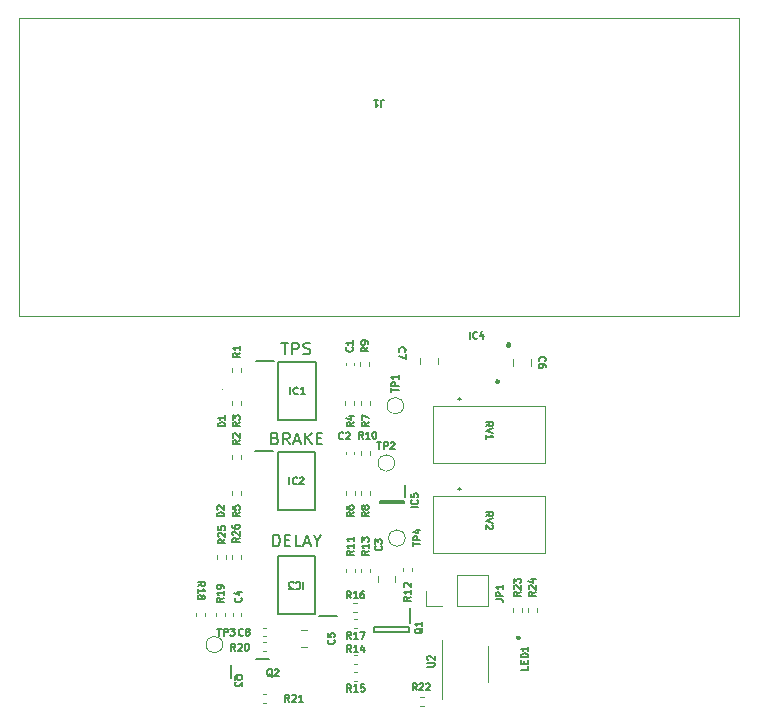
<source format=gbr>
%TF.GenerationSoftware,KiCad,Pcbnew,(6.0.8)*%
%TF.CreationDate,2023-03-20T22:14:44+01:00*%
%TF.ProjectId,BSPD-07,42535044-2d30-4372-9e6b-696361645f70,rev?*%
%TF.SameCoordinates,Original*%
%TF.FileFunction,Legend,Top*%
%TF.FilePolarity,Positive*%
%FSLAX46Y46*%
G04 Gerber Fmt 4.6, Leading zero omitted, Abs format (unit mm)*
G04 Created by KiCad (PCBNEW (6.0.8)) date 2023-03-20 22:14:44*
%MOMM*%
%LPD*%
G01*
G04 APERTURE LIST*
%ADD10C,0.150000*%
%ADD11C,0.120000*%
%ADD12C,0.100000*%
%ADD13C,0.200000*%
%ADD14C,0.250000*%
%ADD15C,0.300000*%
G04 APERTURE END LIST*
D10*
X155050609Y-120746780D02*
X155050609Y-119746780D01*
X155288704Y-119746780D01*
X155431561Y-119794400D01*
X155526800Y-119889638D01*
X155574419Y-119984876D01*
X155622038Y-120175352D01*
X155622038Y-120318209D01*
X155574419Y-120508685D01*
X155526800Y-120603923D01*
X155431561Y-120699161D01*
X155288704Y-120746780D01*
X155050609Y-120746780D01*
X156050609Y-120222971D02*
X156383942Y-120222971D01*
X156526800Y-120746780D02*
X156050609Y-120746780D01*
X156050609Y-119746780D01*
X156526800Y-119746780D01*
X157431561Y-120746780D02*
X156955371Y-120746780D01*
X156955371Y-119746780D01*
X157717276Y-120461066D02*
X158193466Y-120461066D01*
X157622038Y-120746780D02*
X157955371Y-119746780D01*
X158288704Y-120746780D01*
X158812514Y-120270590D02*
X158812514Y-120746780D01*
X158479180Y-119746780D02*
X158812514Y-120270590D01*
X159145847Y-119746780D01*
X155217276Y-111586971D02*
X155360133Y-111634590D01*
X155407752Y-111682209D01*
X155455371Y-111777447D01*
X155455371Y-111920304D01*
X155407752Y-112015542D01*
X155360133Y-112063161D01*
X155264895Y-112110780D01*
X154883942Y-112110780D01*
X154883942Y-111110780D01*
X155217276Y-111110780D01*
X155312514Y-111158400D01*
X155360133Y-111206019D01*
X155407752Y-111301257D01*
X155407752Y-111396495D01*
X155360133Y-111491733D01*
X155312514Y-111539352D01*
X155217276Y-111586971D01*
X154883942Y-111586971D01*
X156455371Y-112110780D02*
X156122038Y-111634590D01*
X155883942Y-112110780D02*
X155883942Y-111110780D01*
X156264895Y-111110780D01*
X156360133Y-111158400D01*
X156407752Y-111206019D01*
X156455371Y-111301257D01*
X156455371Y-111444114D01*
X156407752Y-111539352D01*
X156360133Y-111586971D01*
X156264895Y-111634590D01*
X155883942Y-111634590D01*
X156836323Y-111825066D02*
X157312514Y-111825066D01*
X156741085Y-112110780D02*
X157074419Y-111110780D01*
X157407752Y-112110780D01*
X157741085Y-112110780D02*
X157741085Y-111110780D01*
X158312514Y-112110780D02*
X157883942Y-111539352D01*
X158312514Y-111110780D02*
X157741085Y-111682209D01*
X158741085Y-111586971D02*
X159074419Y-111586971D01*
X159217276Y-112110780D02*
X158741085Y-112110780D01*
X158741085Y-111110780D01*
X159217276Y-111110780D01*
X155764895Y-103490780D02*
X156336323Y-103490780D01*
X156050609Y-104490780D02*
X156050609Y-103490780D01*
X156669657Y-104490780D02*
X156669657Y-103490780D01*
X157050609Y-103490780D01*
X157145847Y-103538400D01*
X157193466Y-103586019D01*
X157241085Y-103681257D01*
X157241085Y-103824114D01*
X157193466Y-103919352D01*
X157145847Y-103966971D01*
X157050609Y-104014590D01*
X156669657Y-104014590D01*
X157622038Y-104443161D02*
X157764895Y-104490780D01*
X158002990Y-104490780D01*
X158098228Y-104443161D01*
X158145847Y-104395542D01*
X158193466Y-104300304D01*
X158193466Y-104205066D01*
X158145847Y-104109828D01*
X158098228Y-104062209D01*
X158002990Y-104014590D01*
X157812514Y-103966971D01*
X157717276Y-103919352D01*
X157669657Y-103871733D01*
X157622038Y-103776495D01*
X157622038Y-103681257D01*
X157669657Y-103586019D01*
X157717276Y-103538400D01*
X157812514Y-103490780D01*
X158050609Y-103490780D01*
X158193466Y-103538400D01*
%TO.C,TP2*%
X163889657Y-111913828D02*
X164232514Y-111913828D01*
X164061085Y-112513828D02*
X164061085Y-111913828D01*
X164432514Y-112513828D02*
X164432514Y-111913828D01*
X164661085Y-111913828D01*
X164718228Y-111942400D01*
X164746800Y-111970971D01*
X164775371Y-112028114D01*
X164775371Y-112113828D01*
X164746800Y-112170971D01*
X164718228Y-112199542D01*
X164661085Y-112228114D01*
X164432514Y-112228114D01*
X165003942Y-111970971D02*
X165032514Y-111942400D01*
X165089657Y-111913828D01*
X165232514Y-111913828D01*
X165289657Y-111942400D01*
X165318228Y-111970971D01*
X165346800Y-112028114D01*
X165346800Y-112085257D01*
X165318228Y-112170971D01*
X164975371Y-112513828D01*
X165346800Y-112513828D01*
%TO.C,R18*%
X148671371Y-124099685D02*
X148957085Y-123899685D01*
X148671371Y-123756828D02*
X149271371Y-123756828D01*
X149271371Y-123985400D01*
X149242800Y-124042542D01*
X149214228Y-124071114D01*
X149157085Y-124099685D01*
X149071371Y-124099685D01*
X149014228Y-124071114D01*
X148985657Y-124042542D01*
X148957085Y-123985400D01*
X148957085Y-123756828D01*
X148671371Y-124671114D02*
X148671371Y-124328257D01*
X148671371Y-124499685D02*
X149271371Y-124499685D01*
X149185657Y-124442542D01*
X149128514Y-124385400D01*
X149099942Y-124328257D01*
X149014228Y-125013971D02*
X149042800Y-124956828D01*
X149071371Y-124928257D01*
X149128514Y-124899685D01*
X149157085Y-124899685D01*
X149214228Y-124928257D01*
X149242800Y-124956828D01*
X149271371Y-125013971D01*
X149271371Y-125128257D01*
X149242800Y-125185400D01*
X149214228Y-125213971D01*
X149157085Y-125242542D01*
X149128514Y-125242542D01*
X149071371Y-125213971D01*
X149042800Y-125185400D01*
X149014228Y-125128257D01*
X149014228Y-125013971D01*
X148985657Y-124956828D01*
X148957085Y-124928257D01*
X148899942Y-124899685D01*
X148785657Y-124899685D01*
X148728514Y-124928257D01*
X148699942Y-124956828D01*
X148671371Y-125013971D01*
X148671371Y-125128257D01*
X148699942Y-125185400D01*
X148728514Y-125213971D01*
X148785657Y-125242542D01*
X148899942Y-125242542D01*
X148957085Y-125213971D01*
X148985657Y-125185400D01*
X149014228Y-125128257D01*
%TO.C,R23*%
X176011228Y-124617114D02*
X175725514Y-124817114D01*
X176011228Y-124959971D02*
X175411228Y-124959971D01*
X175411228Y-124731400D01*
X175439800Y-124674257D01*
X175468371Y-124645685D01*
X175525514Y-124617114D01*
X175611228Y-124617114D01*
X175668371Y-124645685D01*
X175696942Y-124674257D01*
X175725514Y-124731400D01*
X175725514Y-124959971D01*
X175468371Y-124388542D02*
X175439800Y-124359971D01*
X175411228Y-124302828D01*
X175411228Y-124159971D01*
X175439800Y-124102828D01*
X175468371Y-124074257D01*
X175525514Y-124045685D01*
X175582657Y-124045685D01*
X175668371Y-124074257D01*
X176011228Y-124417114D01*
X176011228Y-124045685D01*
X175411228Y-123845685D02*
X175411228Y-123474257D01*
X175639800Y-123674257D01*
X175639800Y-123588542D01*
X175668371Y-123531400D01*
X175696942Y-123502828D01*
X175754085Y-123474257D01*
X175896942Y-123474257D01*
X175954085Y-123502828D01*
X175982657Y-123531400D01*
X176011228Y-123588542D01*
X176011228Y-123759971D01*
X175982657Y-123817114D01*
X175954085Y-123845685D01*
%TO.C,R15*%
X161663485Y-133037228D02*
X161463485Y-132751514D01*
X161320628Y-133037228D02*
X161320628Y-132437228D01*
X161549200Y-132437228D01*
X161606342Y-132465800D01*
X161634914Y-132494371D01*
X161663485Y-132551514D01*
X161663485Y-132637228D01*
X161634914Y-132694371D01*
X161606342Y-132722942D01*
X161549200Y-132751514D01*
X161320628Y-132751514D01*
X162234914Y-133037228D02*
X161892057Y-133037228D01*
X162063485Y-133037228D02*
X162063485Y-132437228D01*
X162006342Y-132522942D01*
X161949200Y-132580085D01*
X161892057Y-132608657D01*
X162777771Y-132437228D02*
X162492057Y-132437228D01*
X162463485Y-132722942D01*
X162492057Y-132694371D01*
X162549200Y-132665800D01*
X162692057Y-132665800D01*
X162749200Y-132694371D01*
X162777771Y-132722942D01*
X162806342Y-132780085D01*
X162806342Y-132922942D01*
X162777771Y-132980085D01*
X162749200Y-133008657D01*
X162692057Y-133037228D01*
X162549200Y-133037228D01*
X162492057Y-133008657D01*
X162463485Y-132980085D01*
%TO.C,C5*%
X160206085Y-128649400D02*
X160234657Y-128677971D01*
X160263228Y-128763685D01*
X160263228Y-128820828D01*
X160234657Y-128906542D01*
X160177514Y-128963685D01*
X160120371Y-128992257D01*
X160006085Y-129020828D01*
X159920371Y-129020828D01*
X159806085Y-128992257D01*
X159748942Y-128963685D01*
X159691800Y-128906542D01*
X159663228Y-128820828D01*
X159663228Y-128763685D01*
X159691800Y-128677971D01*
X159720371Y-128649400D01*
X159663228Y-128106542D02*
X159663228Y-128392257D01*
X159948942Y-128420828D01*
X159920371Y-128392257D01*
X159891800Y-128335114D01*
X159891800Y-128192257D01*
X159920371Y-128135114D01*
X159948942Y-128106542D01*
X160006085Y-128077971D01*
X160148942Y-128077971D01*
X160206085Y-128106542D01*
X160234657Y-128135114D01*
X160263228Y-128192257D01*
X160263228Y-128335114D01*
X160234657Y-128392257D01*
X160206085Y-128420828D01*
%TO.C,D2*%
X150898228Y-118197257D02*
X150298228Y-118197257D01*
X150298228Y-118054400D01*
X150326800Y-117968685D01*
X150383942Y-117911542D01*
X150441085Y-117882971D01*
X150555371Y-117854400D01*
X150641085Y-117854400D01*
X150755371Y-117882971D01*
X150812514Y-117911542D01*
X150869657Y-117968685D01*
X150898228Y-118054400D01*
X150898228Y-118197257D01*
X150355371Y-117625828D02*
X150326800Y-117597257D01*
X150298228Y-117540114D01*
X150298228Y-117397257D01*
X150326800Y-117340114D01*
X150355371Y-117311542D01*
X150412514Y-117282971D01*
X150469657Y-117282971D01*
X150555371Y-117311542D01*
X150898228Y-117654400D01*
X150898228Y-117282971D01*
%TO.C,R4*%
X161870228Y-110234400D02*
X161584514Y-110434400D01*
X161870228Y-110577257D02*
X161270228Y-110577257D01*
X161270228Y-110348685D01*
X161298800Y-110291542D01*
X161327371Y-110262971D01*
X161384514Y-110234400D01*
X161470228Y-110234400D01*
X161527371Y-110262971D01*
X161555942Y-110291542D01*
X161584514Y-110348685D01*
X161584514Y-110577257D01*
X161470228Y-109720114D02*
X161870228Y-109720114D01*
X161241657Y-109862971D02*
X161670228Y-110005828D01*
X161670228Y-109634400D01*
%TO.C,RV1*%
X173055371Y-110578257D02*
X173341085Y-110378257D01*
X173055371Y-110235400D02*
X173655371Y-110235400D01*
X173655371Y-110463971D01*
X173626800Y-110521114D01*
X173598228Y-110549685D01*
X173541085Y-110578257D01*
X173455371Y-110578257D01*
X173398228Y-110549685D01*
X173369657Y-110521114D01*
X173341085Y-110463971D01*
X173341085Y-110235400D01*
X173655371Y-110749685D02*
X173055371Y-110949685D01*
X173655371Y-111149685D01*
X173055371Y-111663971D02*
X173055371Y-111321114D01*
X173055371Y-111492542D02*
X173655371Y-111492542D01*
X173569657Y-111435400D01*
X173512514Y-111378257D01*
X173483942Y-111321114D01*
%TO.C,IC1*%
X156520085Y-107865828D02*
X156520085Y-107265828D01*
X157148657Y-107808685D02*
X157120085Y-107837257D01*
X157034371Y-107865828D01*
X156977228Y-107865828D01*
X156891514Y-107837257D01*
X156834371Y-107780114D01*
X156805800Y-107722971D01*
X156777228Y-107608685D01*
X156777228Y-107522971D01*
X156805800Y-107408685D01*
X156834371Y-107351542D01*
X156891514Y-107294400D01*
X156977228Y-107265828D01*
X157034371Y-107265828D01*
X157120085Y-107294400D01*
X157148657Y-107322971D01*
X157720085Y-107865828D02*
X157377228Y-107865828D01*
X157548657Y-107865828D02*
X157548657Y-107265828D01*
X157491514Y-107351542D01*
X157434371Y-107408685D01*
X157377228Y-107437257D01*
%TO.C,C4*%
X152332085Y-125093400D02*
X152360657Y-125121971D01*
X152389228Y-125207685D01*
X152389228Y-125264828D01*
X152360657Y-125350542D01*
X152303514Y-125407685D01*
X152246371Y-125436257D01*
X152132085Y-125464828D01*
X152046371Y-125464828D01*
X151932085Y-125436257D01*
X151874942Y-125407685D01*
X151817800Y-125350542D01*
X151789228Y-125264828D01*
X151789228Y-125207685D01*
X151817800Y-125121971D01*
X151846371Y-125093400D01*
X151989228Y-124579114D02*
X152389228Y-124579114D01*
X151760657Y-124721971D02*
X152189228Y-124864828D01*
X152189228Y-124493400D01*
%TO.C,C3*%
X164226085Y-120714400D02*
X164254657Y-120742971D01*
X164283228Y-120828685D01*
X164283228Y-120885828D01*
X164254657Y-120971542D01*
X164197514Y-121028685D01*
X164140371Y-121057257D01*
X164026085Y-121085828D01*
X163940371Y-121085828D01*
X163826085Y-121057257D01*
X163768942Y-121028685D01*
X163711800Y-120971542D01*
X163683228Y-120885828D01*
X163683228Y-120828685D01*
X163711800Y-120742971D01*
X163740371Y-120714400D01*
X163683228Y-120514400D02*
X163683228Y-120142971D01*
X163911800Y-120342971D01*
X163911800Y-120257257D01*
X163940371Y-120200114D01*
X163968942Y-120171542D01*
X164026085Y-120142971D01*
X164168942Y-120142971D01*
X164226085Y-120171542D01*
X164254657Y-120200114D01*
X164283228Y-120257257D01*
X164283228Y-120428685D01*
X164254657Y-120485828D01*
X164226085Y-120514400D01*
%TO.C,R5*%
X152218228Y-117854400D02*
X151932514Y-118054400D01*
X152218228Y-118197257D02*
X151618228Y-118197257D01*
X151618228Y-117968685D01*
X151646800Y-117911542D01*
X151675371Y-117882971D01*
X151732514Y-117854400D01*
X151818228Y-117854400D01*
X151875371Y-117882971D01*
X151903942Y-117911542D01*
X151932514Y-117968685D01*
X151932514Y-118197257D01*
X151618228Y-117311542D02*
X151618228Y-117597257D01*
X151903942Y-117625828D01*
X151875371Y-117597257D01*
X151846800Y-117540114D01*
X151846800Y-117397257D01*
X151875371Y-117340114D01*
X151903942Y-117311542D01*
X151961085Y-117282971D01*
X152103942Y-117282971D01*
X152161085Y-117311542D01*
X152189657Y-117340114D01*
X152218228Y-117397257D01*
X152218228Y-117540114D01*
X152189657Y-117597257D01*
X152161085Y-117625828D01*
%TO.C,R12*%
X166696228Y-124998114D02*
X166410514Y-125198114D01*
X166696228Y-125340971D02*
X166096228Y-125340971D01*
X166096228Y-125112400D01*
X166124800Y-125055257D01*
X166153371Y-125026685D01*
X166210514Y-124998114D01*
X166296228Y-124998114D01*
X166353371Y-125026685D01*
X166381942Y-125055257D01*
X166410514Y-125112400D01*
X166410514Y-125340971D01*
X166696228Y-124426685D02*
X166696228Y-124769542D01*
X166696228Y-124598114D02*
X166096228Y-124598114D01*
X166181942Y-124655257D01*
X166239085Y-124712400D01*
X166267657Y-124769542D01*
X166153371Y-124198114D02*
X166124800Y-124169542D01*
X166096228Y-124112400D01*
X166096228Y-123969542D01*
X166124800Y-123912400D01*
X166153371Y-123883828D01*
X166210514Y-123855257D01*
X166267657Y-123855257D01*
X166353371Y-123883828D01*
X166696228Y-124226685D01*
X166696228Y-123855257D01*
%TO.C,R7*%
X163140228Y-110234400D02*
X162854514Y-110434400D01*
X163140228Y-110577257D02*
X162540228Y-110577257D01*
X162540228Y-110348685D01*
X162568800Y-110291542D01*
X162597371Y-110262971D01*
X162654514Y-110234400D01*
X162740228Y-110234400D01*
X162797371Y-110262971D01*
X162825942Y-110291542D01*
X162854514Y-110348685D01*
X162854514Y-110577257D01*
X162540228Y-110034400D02*
X162540228Y-109634400D01*
X163140228Y-109891542D01*
%TO.C,R20*%
X151859085Y-129582828D02*
X151659085Y-129297114D01*
X151516228Y-129582828D02*
X151516228Y-128982828D01*
X151744800Y-128982828D01*
X151801942Y-129011400D01*
X151830514Y-129039971D01*
X151859085Y-129097114D01*
X151859085Y-129182828D01*
X151830514Y-129239971D01*
X151801942Y-129268542D01*
X151744800Y-129297114D01*
X151516228Y-129297114D01*
X152087657Y-129039971D02*
X152116228Y-129011400D01*
X152173371Y-128982828D01*
X152316228Y-128982828D01*
X152373371Y-129011400D01*
X152401942Y-129039971D01*
X152430514Y-129097114D01*
X152430514Y-129154257D01*
X152401942Y-129239971D01*
X152059085Y-129582828D01*
X152430514Y-129582828D01*
X152801942Y-128982828D02*
X152859085Y-128982828D01*
X152916228Y-129011400D01*
X152944800Y-129039971D01*
X152973371Y-129097114D01*
X153001942Y-129211400D01*
X153001942Y-129354257D01*
X152973371Y-129468542D01*
X152944800Y-129525685D01*
X152916228Y-129554257D01*
X152859085Y-129582828D01*
X152801942Y-129582828D01*
X152744800Y-129554257D01*
X152716228Y-129525685D01*
X152687657Y-129468542D01*
X152659085Y-129354257D01*
X152659085Y-129211400D01*
X152687657Y-129097114D01*
X152716228Y-129039971D01*
X152744800Y-129011400D01*
X152801942Y-128982828D01*
%TO.C,R11*%
X161870228Y-121127114D02*
X161584514Y-121327114D01*
X161870228Y-121469971D02*
X161270228Y-121469971D01*
X161270228Y-121241400D01*
X161298800Y-121184257D01*
X161327371Y-121155685D01*
X161384514Y-121127114D01*
X161470228Y-121127114D01*
X161527371Y-121155685D01*
X161555942Y-121184257D01*
X161584514Y-121241400D01*
X161584514Y-121469971D01*
X161870228Y-120555685D02*
X161870228Y-120898542D01*
X161870228Y-120727114D02*
X161270228Y-120727114D01*
X161355942Y-120784257D01*
X161413085Y-120841400D01*
X161441657Y-120898542D01*
X161870228Y-119984257D02*
X161870228Y-120327114D01*
X161870228Y-120155685D02*
X161270228Y-120155685D01*
X161355942Y-120212828D01*
X161413085Y-120269971D01*
X161441657Y-120327114D01*
%TO.C,R21*%
X156431085Y-133900828D02*
X156231085Y-133615114D01*
X156088228Y-133900828D02*
X156088228Y-133300828D01*
X156316800Y-133300828D01*
X156373942Y-133329400D01*
X156402514Y-133357971D01*
X156431085Y-133415114D01*
X156431085Y-133500828D01*
X156402514Y-133557971D01*
X156373942Y-133586542D01*
X156316800Y-133615114D01*
X156088228Y-133615114D01*
X156659657Y-133357971D02*
X156688228Y-133329400D01*
X156745371Y-133300828D01*
X156888228Y-133300828D01*
X156945371Y-133329400D01*
X156973942Y-133357971D01*
X157002514Y-133415114D01*
X157002514Y-133472257D01*
X156973942Y-133557971D01*
X156631085Y-133900828D01*
X157002514Y-133900828D01*
X157573942Y-133900828D02*
X157231085Y-133900828D01*
X157402514Y-133900828D02*
X157402514Y-133300828D01*
X157345371Y-133386542D01*
X157288228Y-133443685D01*
X157231085Y-133472257D01*
%TO.C,IC2*%
X156441085Y-115485828D02*
X156441085Y-114885828D01*
X157069657Y-115428685D02*
X157041085Y-115457257D01*
X156955371Y-115485828D01*
X156898228Y-115485828D01*
X156812514Y-115457257D01*
X156755371Y-115400114D01*
X156726800Y-115342971D01*
X156698228Y-115228685D01*
X156698228Y-115142971D01*
X156726800Y-115028685D01*
X156755371Y-114971542D01*
X156812514Y-114914400D01*
X156898228Y-114885828D01*
X156955371Y-114885828D01*
X157041085Y-114914400D01*
X157069657Y-114942971D01*
X157298228Y-114942971D02*
X157326800Y-114914400D01*
X157383942Y-114885828D01*
X157526800Y-114885828D01*
X157583942Y-114914400D01*
X157612514Y-114942971D01*
X157641085Y-115000114D01*
X157641085Y-115057257D01*
X157612514Y-115142971D01*
X157269657Y-115485828D01*
X157641085Y-115485828D01*
%TO.C,IC4*%
X171725085Y-103166828D02*
X171725085Y-102566828D01*
X172353657Y-103109685D02*
X172325085Y-103138257D01*
X172239371Y-103166828D01*
X172182228Y-103166828D01*
X172096514Y-103138257D01*
X172039371Y-103081114D01*
X172010800Y-103023971D01*
X171982228Y-102909685D01*
X171982228Y-102823971D01*
X172010800Y-102709685D01*
X172039371Y-102652542D01*
X172096514Y-102595400D01*
X172182228Y-102566828D01*
X172239371Y-102566828D01*
X172325085Y-102595400D01*
X172353657Y-102623971D01*
X172867942Y-102766828D02*
X172867942Y-103166828D01*
X172725085Y-102538257D02*
X172582228Y-102966828D01*
X172953657Y-102966828D01*
%TO.C,C2*%
X160990800Y-111618685D02*
X160962228Y-111647257D01*
X160876514Y-111675828D01*
X160819371Y-111675828D01*
X160733657Y-111647257D01*
X160676514Y-111590114D01*
X160647942Y-111532971D01*
X160619371Y-111418685D01*
X160619371Y-111332971D01*
X160647942Y-111218685D01*
X160676514Y-111161542D01*
X160733657Y-111104400D01*
X160819371Y-111075828D01*
X160876514Y-111075828D01*
X160962228Y-111104400D01*
X160990800Y-111132971D01*
X161219371Y-111132971D02*
X161247942Y-111104400D01*
X161305085Y-111075828D01*
X161447942Y-111075828D01*
X161505085Y-111104400D01*
X161533657Y-111132971D01*
X161562228Y-111190114D01*
X161562228Y-111247257D01*
X161533657Y-111332971D01*
X161190800Y-111675828D01*
X161562228Y-111675828D01*
%TO.C,D1*%
X150999028Y-110577257D02*
X150399028Y-110577257D01*
X150399028Y-110434400D01*
X150427600Y-110348685D01*
X150484742Y-110291542D01*
X150541885Y-110262971D01*
X150656171Y-110234400D01*
X150741885Y-110234400D01*
X150856171Y-110262971D01*
X150913314Y-110291542D01*
X150970457Y-110348685D01*
X150999028Y-110434400D01*
X150999028Y-110577257D01*
X150999028Y-109662971D02*
X150999028Y-110005828D01*
X150999028Y-109834400D02*
X150399028Y-109834400D01*
X150484742Y-109891542D01*
X150541885Y-109948685D01*
X150570457Y-110005828D01*
%TO.C,C6*%
X177586514Y-105081400D02*
X177557942Y-105052828D01*
X177529371Y-104967114D01*
X177529371Y-104909971D01*
X177557942Y-104824257D01*
X177615085Y-104767114D01*
X177672228Y-104738542D01*
X177786514Y-104709971D01*
X177872228Y-104709971D01*
X177986514Y-104738542D01*
X178043657Y-104767114D01*
X178100800Y-104824257D01*
X178129371Y-104909971D01*
X178129371Y-104967114D01*
X178100800Y-105052828D01*
X178072228Y-105081400D01*
X178129371Y-105595685D02*
X178129371Y-105481400D01*
X178100800Y-105424257D01*
X178072228Y-105395685D01*
X177986514Y-105338542D01*
X177872228Y-105309971D01*
X177643657Y-105309971D01*
X177586514Y-105338542D01*
X177557942Y-105367114D01*
X177529371Y-105424257D01*
X177529371Y-105538542D01*
X177557942Y-105595685D01*
X177586514Y-105624257D01*
X177643657Y-105652828D01*
X177786514Y-105652828D01*
X177843657Y-105624257D01*
X177872228Y-105595685D01*
X177900800Y-105538542D01*
X177900800Y-105424257D01*
X177872228Y-105367114D01*
X177843657Y-105338542D01*
X177786514Y-105309971D01*
%TO.C,R9*%
X163092228Y-103884400D02*
X162806514Y-104084400D01*
X163092228Y-104227257D02*
X162492228Y-104227257D01*
X162492228Y-103998685D01*
X162520800Y-103941542D01*
X162549371Y-103912971D01*
X162606514Y-103884400D01*
X162692228Y-103884400D01*
X162749371Y-103912971D01*
X162777942Y-103941542D01*
X162806514Y-103998685D01*
X162806514Y-104227257D01*
X163092228Y-103598685D02*
X163092228Y-103484400D01*
X163063657Y-103427257D01*
X163035085Y-103398685D01*
X162949371Y-103341542D01*
X162835085Y-103312971D01*
X162606514Y-103312971D01*
X162549371Y-103341542D01*
X162520800Y-103370114D01*
X162492228Y-103427257D01*
X162492228Y-103541542D01*
X162520800Y-103598685D01*
X162549371Y-103627257D01*
X162606514Y-103655828D01*
X162749371Y-103655828D01*
X162806514Y-103627257D01*
X162835085Y-103598685D01*
X162863657Y-103541542D01*
X162863657Y-103427257D01*
X162835085Y-103370114D01*
X162806514Y-103341542D01*
X162749371Y-103312971D01*
%TO.C,LED1*%
X176628428Y-130890628D02*
X176628428Y-131176342D01*
X176028428Y-131176342D01*
X176314142Y-130690628D02*
X176314142Y-130490628D01*
X176628428Y-130404914D02*
X176628428Y-130690628D01*
X176028428Y-130690628D01*
X176028428Y-130404914D01*
X176628428Y-130147771D02*
X176028428Y-130147771D01*
X176028428Y-130004914D01*
X176057000Y-129919200D01*
X176114142Y-129862057D01*
X176171285Y-129833485D01*
X176285571Y-129804914D01*
X176371285Y-129804914D01*
X176485571Y-129833485D01*
X176542714Y-129862057D01*
X176599857Y-129919200D01*
X176628428Y-130004914D01*
X176628428Y-130147771D01*
X176628428Y-129233485D02*
X176628428Y-129576342D01*
X176628428Y-129404914D02*
X176028428Y-129404914D01*
X176114142Y-129462057D01*
X176171285Y-129519200D01*
X176199857Y-129576342D01*
%TO.C,IC5*%
X167331228Y-117451114D02*
X166731228Y-117451114D01*
X167274085Y-116822542D02*
X167302657Y-116851114D01*
X167331228Y-116936828D01*
X167331228Y-116993971D01*
X167302657Y-117079685D01*
X167245514Y-117136828D01*
X167188371Y-117165400D01*
X167074085Y-117193971D01*
X166988371Y-117193971D01*
X166874085Y-117165400D01*
X166816942Y-117136828D01*
X166759800Y-117079685D01*
X166731228Y-116993971D01*
X166731228Y-116936828D01*
X166759800Y-116851114D01*
X166788371Y-116822542D01*
X166731228Y-116279685D02*
X166731228Y-116565400D01*
X167016942Y-116593971D01*
X166988371Y-116565400D01*
X166959800Y-116508257D01*
X166959800Y-116365400D01*
X166988371Y-116308257D01*
X167016942Y-116279685D01*
X167074085Y-116251114D01*
X167216942Y-116251114D01*
X167274085Y-116279685D01*
X167302657Y-116308257D01*
X167331228Y-116365400D01*
X167331228Y-116508257D01*
X167302657Y-116565400D01*
X167274085Y-116593971D01*
%TO.C,IC3*%
X157612514Y-123771971D02*
X157612514Y-124371971D01*
X156983942Y-123829114D02*
X157012514Y-123800542D01*
X157098228Y-123771971D01*
X157155371Y-123771971D01*
X157241085Y-123800542D01*
X157298228Y-123857685D01*
X157326800Y-123914828D01*
X157355371Y-124029114D01*
X157355371Y-124114828D01*
X157326800Y-124229114D01*
X157298228Y-124286257D01*
X157241085Y-124343400D01*
X157155371Y-124371971D01*
X157098228Y-124371971D01*
X157012514Y-124343400D01*
X156983942Y-124314828D01*
X156783942Y-124371971D02*
X156412514Y-124371971D01*
X156612514Y-124143400D01*
X156526800Y-124143400D01*
X156469657Y-124114828D01*
X156441085Y-124086257D01*
X156412514Y-124029114D01*
X156412514Y-123886257D01*
X156441085Y-123829114D01*
X156469657Y-123800542D01*
X156526800Y-123771971D01*
X156698228Y-123771971D01*
X156755371Y-123800542D01*
X156783942Y-123829114D01*
%TO.C,TP1*%
X165073428Y-107716542D02*
X165073428Y-107373685D01*
X165673428Y-107545114D02*
X165073428Y-107545114D01*
X165673428Y-107173685D02*
X165073428Y-107173685D01*
X165073428Y-106945114D01*
X165102000Y-106887971D01*
X165130571Y-106859400D01*
X165187714Y-106830828D01*
X165273428Y-106830828D01*
X165330571Y-106859400D01*
X165359142Y-106887971D01*
X165387714Y-106945114D01*
X165387714Y-107173685D01*
X165673428Y-106259400D02*
X165673428Y-106602257D01*
X165673428Y-106430828D02*
X165073428Y-106430828D01*
X165159142Y-106487971D01*
X165216285Y-106545114D01*
X165244857Y-106602257D01*
%TO.C,U2*%
X168121428Y-130936942D02*
X168607142Y-130936942D01*
X168664285Y-130908371D01*
X168692857Y-130879800D01*
X168721428Y-130822657D01*
X168721428Y-130708371D01*
X168692857Y-130651228D01*
X168664285Y-130622657D01*
X168607142Y-130594085D01*
X168121428Y-130594085D01*
X168178571Y-130336942D02*
X168150000Y-130308371D01*
X168121428Y-130251228D01*
X168121428Y-130108371D01*
X168150000Y-130051228D01*
X168178571Y-130022657D01*
X168235714Y-129994085D01*
X168292857Y-129994085D01*
X168378571Y-130022657D01*
X168721428Y-130365514D01*
X168721428Y-129994085D01*
%TO.C,R26*%
X152211428Y-120043114D02*
X151925714Y-120243114D01*
X152211428Y-120385971D02*
X151611428Y-120385971D01*
X151611428Y-120157400D01*
X151640000Y-120100257D01*
X151668571Y-120071685D01*
X151725714Y-120043114D01*
X151811428Y-120043114D01*
X151868571Y-120071685D01*
X151897142Y-120100257D01*
X151925714Y-120157400D01*
X151925714Y-120385971D01*
X151668571Y-119814542D02*
X151640000Y-119785971D01*
X151611428Y-119728828D01*
X151611428Y-119585971D01*
X151640000Y-119528828D01*
X151668571Y-119500257D01*
X151725714Y-119471685D01*
X151782857Y-119471685D01*
X151868571Y-119500257D01*
X152211428Y-119843114D01*
X152211428Y-119471685D01*
X151611428Y-118957400D02*
X151611428Y-119071685D01*
X151640000Y-119128828D01*
X151668571Y-119157400D01*
X151754285Y-119214542D01*
X151868571Y-119243114D01*
X152097142Y-119243114D01*
X152154285Y-119214542D01*
X152182857Y-119185971D01*
X152211428Y-119128828D01*
X152211428Y-119014542D01*
X152182857Y-118957400D01*
X152154285Y-118928828D01*
X152097142Y-118900257D01*
X151954285Y-118900257D01*
X151897142Y-118928828D01*
X151868571Y-118957400D01*
X151840000Y-119014542D01*
X151840000Y-119128828D01*
X151868571Y-119185971D01*
X151897142Y-119214542D01*
X151954285Y-119243114D01*
%TO.C,R10*%
X162660885Y-111625028D02*
X162460885Y-111339314D01*
X162318028Y-111625028D02*
X162318028Y-111025028D01*
X162546600Y-111025028D01*
X162603742Y-111053600D01*
X162632314Y-111082171D01*
X162660885Y-111139314D01*
X162660885Y-111225028D01*
X162632314Y-111282171D01*
X162603742Y-111310742D01*
X162546600Y-111339314D01*
X162318028Y-111339314D01*
X163232314Y-111625028D02*
X162889457Y-111625028D01*
X163060885Y-111625028D02*
X163060885Y-111025028D01*
X163003742Y-111110742D01*
X162946600Y-111167885D01*
X162889457Y-111196457D01*
X163603742Y-111025028D02*
X163660885Y-111025028D01*
X163718028Y-111053600D01*
X163746600Y-111082171D01*
X163775171Y-111139314D01*
X163803742Y-111253600D01*
X163803742Y-111396457D01*
X163775171Y-111510742D01*
X163746600Y-111567885D01*
X163718028Y-111596457D01*
X163660885Y-111625028D01*
X163603742Y-111625028D01*
X163546600Y-111596457D01*
X163518028Y-111567885D01*
X163489457Y-111510742D01*
X163460885Y-111396457D01*
X163460885Y-111253600D01*
X163489457Y-111139314D01*
X163518028Y-111082171D01*
X163546600Y-111053600D01*
X163603742Y-111025028D01*
%TO.C,RV2*%
X173055371Y-118198257D02*
X173341085Y-117998257D01*
X173055371Y-117855400D02*
X173655371Y-117855400D01*
X173655371Y-118083971D01*
X173626800Y-118141114D01*
X173598228Y-118169685D01*
X173541085Y-118198257D01*
X173455371Y-118198257D01*
X173398228Y-118169685D01*
X173369657Y-118141114D01*
X173341085Y-118083971D01*
X173341085Y-117855400D01*
X173655371Y-118369685D02*
X173055371Y-118569685D01*
X173655371Y-118769685D01*
X173598228Y-118941114D02*
X173626800Y-118969685D01*
X173655371Y-119026828D01*
X173655371Y-119169685D01*
X173626800Y-119226828D01*
X173598228Y-119255400D01*
X173541085Y-119283971D01*
X173483942Y-119283971D01*
X173398228Y-119255400D01*
X173055371Y-118912542D01*
X173055371Y-119283971D01*
%TO.C,R16*%
X161638085Y-125137828D02*
X161438085Y-124852114D01*
X161295228Y-125137828D02*
X161295228Y-124537828D01*
X161523800Y-124537828D01*
X161580942Y-124566400D01*
X161609514Y-124594971D01*
X161638085Y-124652114D01*
X161638085Y-124737828D01*
X161609514Y-124794971D01*
X161580942Y-124823542D01*
X161523800Y-124852114D01*
X161295228Y-124852114D01*
X162209514Y-125137828D02*
X161866657Y-125137828D01*
X162038085Y-125137828D02*
X162038085Y-124537828D01*
X161980942Y-124623542D01*
X161923800Y-124680685D01*
X161866657Y-124709257D01*
X162723800Y-124537828D02*
X162609514Y-124537828D01*
X162552371Y-124566400D01*
X162523800Y-124594971D01*
X162466657Y-124680685D01*
X162438085Y-124794971D01*
X162438085Y-125023542D01*
X162466657Y-125080685D01*
X162495228Y-125109257D01*
X162552371Y-125137828D01*
X162666657Y-125137828D01*
X162723800Y-125109257D01*
X162752371Y-125080685D01*
X162780942Y-125023542D01*
X162780942Y-124880685D01*
X162752371Y-124823542D01*
X162723800Y-124794971D01*
X162666657Y-124766400D01*
X162552371Y-124766400D01*
X162495228Y-124794971D01*
X162466657Y-124823542D01*
X162438085Y-124880685D01*
%TO.C,TP3*%
X150344657Y-127712828D02*
X150687514Y-127712828D01*
X150516085Y-128312828D02*
X150516085Y-127712828D01*
X150887514Y-128312828D02*
X150887514Y-127712828D01*
X151116085Y-127712828D01*
X151173228Y-127741400D01*
X151201800Y-127769971D01*
X151230371Y-127827114D01*
X151230371Y-127912828D01*
X151201800Y-127969971D01*
X151173228Y-127998542D01*
X151116085Y-128027114D01*
X150887514Y-128027114D01*
X151430371Y-127712828D02*
X151801800Y-127712828D01*
X151601800Y-127941400D01*
X151687514Y-127941400D01*
X151744657Y-127969971D01*
X151773228Y-127998542D01*
X151801800Y-128055685D01*
X151801800Y-128198542D01*
X151773228Y-128255685D01*
X151744657Y-128284257D01*
X151687514Y-128312828D01*
X151516085Y-128312828D01*
X151458942Y-128284257D01*
X151430371Y-128255685D01*
%TO.C,R14*%
X161663485Y-129684428D02*
X161463485Y-129398714D01*
X161320628Y-129684428D02*
X161320628Y-129084428D01*
X161549200Y-129084428D01*
X161606342Y-129113000D01*
X161634914Y-129141571D01*
X161663485Y-129198714D01*
X161663485Y-129284428D01*
X161634914Y-129341571D01*
X161606342Y-129370142D01*
X161549200Y-129398714D01*
X161320628Y-129398714D01*
X162234914Y-129684428D02*
X161892057Y-129684428D01*
X162063485Y-129684428D02*
X162063485Y-129084428D01*
X162006342Y-129170142D01*
X161949200Y-129227285D01*
X161892057Y-129255857D01*
X162749200Y-129284428D02*
X162749200Y-129684428D01*
X162606342Y-129055857D02*
X162463485Y-129484428D01*
X162834914Y-129484428D01*
%TO.C,R8*%
X163140228Y-117854400D02*
X162854514Y-118054400D01*
X163140228Y-118197257D02*
X162540228Y-118197257D01*
X162540228Y-117968685D01*
X162568800Y-117911542D01*
X162597371Y-117882971D01*
X162654514Y-117854400D01*
X162740228Y-117854400D01*
X162797371Y-117882971D01*
X162825942Y-117911542D01*
X162854514Y-117968685D01*
X162854514Y-118197257D01*
X162797371Y-117511542D02*
X162768800Y-117568685D01*
X162740228Y-117597257D01*
X162683085Y-117625828D01*
X162654514Y-117625828D01*
X162597371Y-117597257D01*
X162568800Y-117568685D01*
X162540228Y-117511542D01*
X162540228Y-117397257D01*
X162568800Y-117340114D01*
X162597371Y-117311542D01*
X162654514Y-117282971D01*
X162683085Y-117282971D01*
X162740228Y-117311542D01*
X162768800Y-117340114D01*
X162797371Y-117397257D01*
X162797371Y-117511542D01*
X162825942Y-117568685D01*
X162854514Y-117597257D01*
X162911657Y-117625828D01*
X163025942Y-117625828D01*
X163083085Y-117597257D01*
X163111657Y-117568685D01*
X163140228Y-117511542D01*
X163140228Y-117397257D01*
X163111657Y-117340114D01*
X163083085Y-117311542D01*
X163025942Y-117282971D01*
X162911657Y-117282971D01*
X162854514Y-117311542D01*
X162825942Y-117340114D01*
X162797371Y-117397257D01*
%TO.C,C7*%
X165746514Y-104253400D02*
X165717942Y-104224828D01*
X165689371Y-104139114D01*
X165689371Y-104081971D01*
X165717942Y-103996257D01*
X165775085Y-103939114D01*
X165832228Y-103910542D01*
X165946514Y-103881971D01*
X166032228Y-103881971D01*
X166146514Y-103910542D01*
X166203657Y-103939114D01*
X166260800Y-103996257D01*
X166289371Y-104081971D01*
X166289371Y-104139114D01*
X166260800Y-104224828D01*
X166232228Y-104253400D01*
X166289371Y-104453400D02*
X166289371Y-104853400D01*
X165689371Y-104596257D01*
%TO.C,R2*%
X152218228Y-111758400D02*
X151932514Y-111958400D01*
X152218228Y-112101257D02*
X151618228Y-112101257D01*
X151618228Y-111872685D01*
X151646800Y-111815542D01*
X151675371Y-111786971D01*
X151732514Y-111758400D01*
X151818228Y-111758400D01*
X151875371Y-111786971D01*
X151903942Y-111815542D01*
X151932514Y-111872685D01*
X151932514Y-112101257D01*
X151675371Y-111529828D02*
X151646800Y-111501257D01*
X151618228Y-111444114D01*
X151618228Y-111301257D01*
X151646800Y-111244114D01*
X151675371Y-111215542D01*
X151732514Y-111186971D01*
X151789657Y-111186971D01*
X151875371Y-111215542D01*
X152218228Y-111558400D01*
X152218228Y-111186971D01*
%TO.C,R19*%
X150865228Y-125125114D02*
X150579514Y-125325114D01*
X150865228Y-125467971D02*
X150265228Y-125467971D01*
X150265228Y-125239400D01*
X150293800Y-125182257D01*
X150322371Y-125153685D01*
X150379514Y-125125114D01*
X150465228Y-125125114D01*
X150522371Y-125153685D01*
X150550942Y-125182257D01*
X150579514Y-125239400D01*
X150579514Y-125467971D01*
X150865228Y-124553685D02*
X150865228Y-124896542D01*
X150865228Y-124725114D02*
X150265228Y-124725114D01*
X150350942Y-124782257D01*
X150408085Y-124839400D01*
X150436657Y-124896542D01*
X150865228Y-124267971D02*
X150865228Y-124153685D01*
X150836657Y-124096542D01*
X150808085Y-124067971D01*
X150722371Y-124010828D01*
X150608085Y-123982257D01*
X150379514Y-123982257D01*
X150322371Y-124010828D01*
X150293800Y-124039400D01*
X150265228Y-124096542D01*
X150265228Y-124210828D01*
X150293800Y-124267971D01*
X150322371Y-124296542D01*
X150379514Y-124325114D01*
X150522371Y-124325114D01*
X150579514Y-124296542D01*
X150608085Y-124267971D01*
X150636657Y-124210828D01*
X150636657Y-124096542D01*
X150608085Y-124039400D01*
X150579514Y-124010828D01*
X150522371Y-123982257D01*
%TO.C,R3*%
X152218228Y-110234400D02*
X151932514Y-110434400D01*
X152218228Y-110577257D02*
X151618228Y-110577257D01*
X151618228Y-110348685D01*
X151646800Y-110291542D01*
X151675371Y-110262971D01*
X151732514Y-110234400D01*
X151818228Y-110234400D01*
X151875371Y-110262971D01*
X151903942Y-110291542D01*
X151932514Y-110348685D01*
X151932514Y-110577257D01*
X151618228Y-110034400D02*
X151618228Y-109662971D01*
X151846800Y-109862971D01*
X151846800Y-109777257D01*
X151875371Y-109720114D01*
X151903942Y-109691542D01*
X151961085Y-109662971D01*
X152103942Y-109662971D01*
X152161085Y-109691542D01*
X152189657Y-109720114D01*
X152218228Y-109777257D01*
X152218228Y-109948685D01*
X152189657Y-110005828D01*
X152161085Y-110034400D01*
%TO.C,R22*%
X167200685Y-132935628D02*
X167000685Y-132649914D01*
X166857828Y-132935628D02*
X166857828Y-132335628D01*
X167086400Y-132335628D01*
X167143542Y-132364200D01*
X167172114Y-132392771D01*
X167200685Y-132449914D01*
X167200685Y-132535628D01*
X167172114Y-132592771D01*
X167143542Y-132621342D01*
X167086400Y-132649914D01*
X166857828Y-132649914D01*
X167429257Y-132392771D02*
X167457828Y-132364200D01*
X167514971Y-132335628D01*
X167657828Y-132335628D01*
X167714971Y-132364200D01*
X167743542Y-132392771D01*
X167772114Y-132449914D01*
X167772114Y-132507057D01*
X167743542Y-132592771D01*
X167400685Y-132935628D01*
X167772114Y-132935628D01*
X168000685Y-132392771D02*
X168029257Y-132364200D01*
X168086400Y-132335628D01*
X168229257Y-132335628D01*
X168286400Y-132364200D01*
X168314971Y-132392771D01*
X168343542Y-132449914D01*
X168343542Y-132507057D01*
X168314971Y-132592771D01*
X167972114Y-132935628D01*
X168343542Y-132935628D01*
%TO.C,JP1*%
X173912628Y-125239400D02*
X174341200Y-125239400D01*
X174426914Y-125267971D01*
X174484057Y-125325114D01*
X174512628Y-125410828D01*
X174512628Y-125467971D01*
X174512628Y-124953685D02*
X173912628Y-124953685D01*
X173912628Y-124725114D01*
X173941200Y-124667971D01*
X173969771Y-124639400D01*
X174026914Y-124610828D01*
X174112628Y-124610828D01*
X174169771Y-124639400D01*
X174198342Y-124667971D01*
X174226914Y-124725114D01*
X174226914Y-124953685D01*
X174512628Y-124039400D02*
X174512628Y-124382257D01*
X174512628Y-124210828D02*
X173912628Y-124210828D01*
X173998342Y-124267971D01*
X174055485Y-124325114D01*
X174084057Y-124382257D01*
%TO.C,R25*%
X150992228Y-120146714D02*
X150706514Y-120346714D01*
X150992228Y-120489571D02*
X150392228Y-120489571D01*
X150392228Y-120261000D01*
X150420800Y-120203857D01*
X150449371Y-120175285D01*
X150506514Y-120146714D01*
X150592228Y-120146714D01*
X150649371Y-120175285D01*
X150677942Y-120203857D01*
X150706514Y-120261000D01*
X150706514Y-120489571D01*
X150449371Y-119918142D02*
X150420800Y-119889571D01*
X150392228Y-119832428D01*
X150392228Y-119689571D01*
X150420800Y-119632428D01*
X150449371Y-119603857D01*
X150506514Y-119575285D01*
X150563657Y-119575285D01*
X150649371Y-119603857D01*
X150992228Y-119946714D01*
X150992228Y-119575285D01*
X150392228Y-119032428D02*
X150392228Y-119318142D01*
X150677942Y-119346714D01*
X150649371Y-119318142D01*
X150620800Y-119261000D01*
X150620800Y-119118142D01*
X150649371Y-119061000D01*
X150677942Y-119032428D01*
X150735085Y-119003857D01*
X150877942Y-119003857D01*
X150935085Y-119032428D01*
X150963657Y-119061000D01*
X150992228Y-119118142D01*
X150992228Y-119261000D01*
X150963657Y-119318142D01*
X150935085Y-119346714D01*
%TO.C,R1*%
X152269028Y-104367000D02*
X151983314Y-104567000D01*
X152269028Y-104709857D02*
X151669028Y-104709857D01*
X151669028Y-104481285D01*
X151697600Y-104424142D01*
X151726171Y-104395571D01*
X151783314Y-104367000D01*
X151869028Y-104367000D01*
X151926171Y-104395571D01*
X151954742Y-104424142D01*
X151983314Y-104481285D01*
X151983314Y-104709857D01*
X152269028Y-103795571D02*
X152269028Y-104138428D01*
X152269028Y-103967000D02*
X151669028Y-103967000D01*
X151754742Y-104024142D01*
X151811885Y-104081285D01*
X151840457Y-104138428D01*
%TO.C,TP4*%
X166934428Y-120746742D02*
X166934428Y-120403885D01*
X167534428Y-120575314D02*
X166934428Y-120575314D01*
X167534428Y-120203885D02*
X166934428Y-120203885D01*
X166934428Y-119975314D01*
X166963000Y-119918171D01*
X166991571Y-119889600D01*
X167048714Y-119861028D01*
X167134428Y-119861028D01*
X167191571Y-119889600D01*
X167220142Y-119918171D01*
X167248714Y-119975314D01*
X167248714Y-120203885D01*
X167134428Y-119346742D02*
X167534428Y-119346742D01*
X166905857Y-119489600D02*
X167334428Y-119632457D01*
X167334428Y-119261028D01*
%TO.C,R24*%
X177281228Y-124617114D02*
X176995514Y-124817114D01*
X177281228Y-124959971D02*
X176681228Y-124959971D01*
X176681228Y-124731400D01*
X176709800Y-124674257D01*
X176738371Y-124645685D01*
X176795514Y-124617114D01*
X176881228Y-124617114D01*
X176938371Y-124645685D01*
X176966942Y-124674257D01*
X176995514Y-124731400D01*
X176995514Y-124959971D01*
X176738371Y-124388542D02*
X176709800Y-124359971D01*
X176681228Y-124302828D01*
X176681228Y-124159971D01*
X176709800Y-124102828D01*
X176738371Y-124074257D01*
X176795514Y-124045685D01*
X176852657Y-124045685D01*
X176938371Y-124074257D01*
X177281228Y-124417114D01*
X177281228Y-124045685D01*
X176881228Y-123531400D02*
X177281228Y-123531400D01*
X176652657Y-123674257D02*
X177081228Y-123817114D01*
X177081228Y-123445685D01*
%TO.C,R6*%
X161870228Y-117854400D02*
X161584514Y-118054400D01*
X161870228Y-118197257D02*
X161270228Y-118197257D01*
X161270228Y-117968685D01*
X161298800Y-117911542D01*
X161327371Y-117882971D01*
X161384514Y-117854400D01*
X161470228Y-117854400D01*
X161527371Y-117882971D01*
X161555942Y-117911542D01*
X161584514Y-117968685D01*
X161584514Y-118197257D01*
X161270228Y-117340114D02*
X161270228Y-117454400D01*
X161298800Y-117511542D01*
X161327371Y-117540114D01*
X161413085Y-117597257D01*
X161527371Y-117625828D01*
X161755942Y-117625828D01*
X161813085Y-117597257D01*
X161841657Y-117568685D01*
X161870228Y-117511542D01*
X161870228Y-117397257D01*
X161841657Y-117340114D01*
X161813085Y-117311542D01*
X161755942Y-117282971D01*
X161613085Y-117282971D01*
X161555942Y-117311542D01*
X161527371Y-117340114D01*
X161498800Y-117397257D01*
X161498800Y-117511542D01*
X161527371Y-117568685D01*
X161555942Y-117597257D01*
X161613085Y-117625828D01*
%TO.C,C1*%
X161765085Y-103884400D02*
X161793657Y-103912971D01*
X161822228Y-103998685D01*
X161822228Y-104055828D01*
X161793657Y-104141542D01*
X161736514Y-104198685D01*
X161679371Y-104227257D01*
X161565085Y-104255828D01*
X161479371Y-104255828D01*
X161365085Y-104227257D01*
X161307942Y-104198685D01*
X161250800Y-104141542D01*
X161222228Y-104055828D01*
X161222228Y-103998685D01*
X161250800Y-103912971D01*
X161279371Y-103884400D01*
X161822228Y-103312971D02*
X161822228Y-103655828D01*
X161822228Y-103484400D02*
X161222228Y-103484400D01*
X161307942Y-103541542D01*
X161365085Y-103598685D01*
X161393657Y-103655828D01*
%TO.C,Q1*%
X167686371Y-127685942D02*
X167657800Y-127743085D01*
X167600657Y-127800228D01*
X167514942Y-127885942D01*
X167486371Y-127943085D01*
X167486371Y-128000228D01*
X167629228Y-127971657D02*
X167600657Y-128028800D01*
X167543514Y-128085942D01*
X167429228Y-128114514D01*
X167229228Y-128114514D01*
X167114942Y-128085942D01*
X167057800Y-128028800D01*
X167029228Y-127971657D01*
X167029228Y-127857371D01*
X167057800Y-127800228D01*
X167114942Y-127743085D01*
X167229228Y-127714514D01*
X167429228Y-127714514D01*
X167543514Y-127743085D01*
X167600657Y-127800228D01*
X167629228Y-127857371D01*
X167629228Y-127971657D01*
X167629228Y-127143085D02*
X167629228Y-127485942D01*
X167629228Y-127314514D02*
X167029228Y-127314514D01*
X167114942Y-127371657D01*
X167172085Y-127428800D01*
X167200657Y-127485942D01*
%TO.C,Q3*%
X151789228Y-132048257D02*
X151817800Y-131991114D01*
X151874942Y-131933971D01*
X151960657Y-131848257D01*
X151989228Y-131791114D01*
X151989228Y-131733971D01*
X151846371Y-131762542D02*
X151874942Y-131705400D01*
X151932085Y-131648257D01*
X152046371Y-131619685D01*
X152246371Y-131619685D01*
X152360657Y-131648257D01*
X152417800Y-131705400D01*
X152446371Y-131762542D01*
X152446371Y-131876828D01*
X152417800Y-131933971D01*
X152360657Y-131991114D01*
X152246371Y-132019685D01*
X152046371Y-132019685D01*
X151932085Y-131991114D01*
X151874942Y-131933971D01*
X151846371Y-131876828D01*
X151846371Y-131762542D01*
X152446371Y-132219685D02*
X152446371Y-132591114D01*
X152217800Y-132391114D01*
X152217800Y-132476828D01*
X152189228Y-132533971D01*
X152160657Y-132562542D01*
X152103514Y-132591114D01*
X151960657Y-132591114D01*
X151903514Y-132562542D01*
X151874942Y-132533971D01*
X151846371Y-132476828D01*
X151846371Y-132305400D01*
X151874942Y-132248257D01*
X151903514Y-132219685D01*
%TO.C,R13*%
X163140228Y-121127114D02*
X162854514Y-121327114D01*
X163140228Y-121469971D02*
X162540228Y-121469971D01*
X162540228Y-121241400D01*
X162568800Y-121184257D01*
X162597371Y-121155685D01*
X162654514Y-121127114D01*
X162740228Y-121127114D01*
X162797371Y-121155685D01*
X162825942Y-121184257D01*
X162854514Y-121241400D01*
X162854514Y-121469971D01*
X163140228Y-120555685D02*
X163140228Y-120898542D01*
X163140228Y-120727114D02*
X162540228Y-120727114D01*
X162625942Y-120784257D01*
X162683085Y-120841400D01*
X162711657Y-120898542D01*
X162540228Y-120355685D02*
X162540228Y-119984257D01*
X162768800Y-120184257D01*
X162768800Y-120098542D01*
X162797371Y-120041400D01*
X162825942Y-120012828D01*
X162883085Y-119984257D01*
X163025942Y-119984257D01*
X163083085Y-120012828D01*
X163111657Y-120041400D01*
X163140228Y-120098542D01*
X163140228Y-120269971D01*
X163111657Y-120327114D01*
X163083085Y-120355685D01*
%TO.C,C8*%
X152500400Y-128255685D02*
X152471828Y-128284257D01*
X152386114Y-128312828D01*
X152328971Y-128312828D01*
X152243257Y-128284257D01*
X152186114Y-128227114D01*
X152157542Y-128169971D01*
X152128971Y-128055685D01*
X152128971Y-127969971D01*
X152157542Y-127855685D01*
X152186114Y-127798542D01*
X152243257Y-127741400D01*
X152328971Y-127712828D01*
X152386114Y-127712828D01*
X152471828Y-127741400D01*
X152500400Y-127769971D01*
X152843257Y-127969971D02*
X152786114Y-127941400D01*
X152757542Y-127912828D01*
X152728971Y-127855685D01*
X152728971Y-127827114D01*
X152757542Y-127769971D01*
X152786114Y-127741400D01*
X152843257Y-127712828D01*
X152957542Y-127712828D01*
X153014685Y-127741400D01*
X153043257Y-127769971D01*
X153071828Y-127827114D01*
X153071828Y-127855685D01*
X153043257Y-127912828D01*
X153014685Y-127941400D01*
X152957542Y-127969971D01*
X152843257Y-127969971D01*
X152786114Y-127998542D01*
X152757542Y-128027114D01*
X152728971Y-128084257D01*
X152728971Y-128198542D01*
X152757542Y-128255685D01*
X152786114Y-128284257D01*
X152843257Y-128312828D01*
X152957542Y-128312828D01*
X153014685Y-128284257D01*
X153043257Y-128255685D01*
X153071828Y-128198542D01*
X153071828Y-128084257D01*
X153043257Y-128027114D01*
X153014685Y-127998542D01*
X152957542Y-127969971D01*
%TO.C,R17*%
X161638085Y-128566828D02*
X161438085Y-128281114D01*
X161295228Y-128566828D02*
X161295228Y-127966828D01*
X161523800Y-127966828D01*
X161580942Y-127995400D01*
X161609514Y-128023971D01*
X161638085Y-128081114D01*
X161638085Y-128166828D01*
X161609514Y-128223971D01*
X161580942Y-128252542D01*
X161523800Y-128281114D01*
X161295228Y-128281114D01*
X162209514Y-128566828D02*
X161866657Y-128566828D01*
X162038085Y-128566828D02*
X162038085Y-127966828D01*
X161980942Y-128052542D01*
X161923800Y-128109685D01*
X161866657Y-128138257D01*
X162409514Y-127966828D02*
X162809514Y-127966828D01*
X162552371Y-128566828D01*
%TO.C,Q2*%
X154981657Y-131773571D02*
X154924514Y-131745000D01*
X154867371Y-131687857D01*
X154781657Y-131602142D01*
X154724514Y-131573571D01*
X154667371Y-131573571D01*
X154695942Y-131716428D02*
X154638800Y-131687857D01*
X154581657Y-131630714D01*
X154553085Y-131516428D01*
X154553085Y-131316428D01*
X154581657Y-131202142D01*
X154638800Y-131145000D01*
X154695942Y-131116428D01*
X154810228Y-131116428D01*
X154867371Y-131145000D01*
X154924514Y-131202142D01*
X154953085Y-131316428D01*
X154953085Y-131516428D01*
X154924514Y-131630714D01*
X154867371Y-131687857D01*
X154810228Y-131716428D01*
X154695942Y-131716428D01*
X155181657Y-131173571D02*
X155210228Y-131145000D01*
X155267371Y-131116428D01*
X155410228Y-131116428D01*
X155467371Y-131145000D01*
X155495942Y-131173571D01*
X155524514Y-131230714D01*
X155524514Y-131287857D01*
X155495942Y-131373571D01*
X155153085Y-131716428D01*
X155524514Y-131716428D01*
%TO.C,J1*%
X164194800Y-83529971D02*
X164194800Y-83101400D01*
X164223371Y-83015685D01*
X164280514Y-82958542D01*
X164366228Y-82929971D01*
X164423371Y-82929971D01*
X163594800Y-82929971D02*
X163937657Y-82929971D01*
X163766228Y-82929971D02*
X163766228Y-83529971D01*
X163823371Y-83444257D01*
X163880514Y-83387114D01*
X163937657Y-83358542D01*
D11*
%TO.C,TP2*%
X165346800Y-113690400D02*
G75*
G03*
X165346800Y-113690400I-700000J0D01*
G01*
%TO.C,R18*%
X149322800Y-126363759D02*
X149322800Y-126671041D01*
X148562800Y-126363759D02*
X148562800Y-126671041D01*
%TO.C,R23*%
X175359800Y-126290041D02*
X175359800Y-125982759D01*
X176119800Y-126290041D02*
X176119800Y-125982759D01*
%TO.C,R15*%
X161868159Y-131344400D02*
X162175441Y-131344400D01*
X161868159Y-132104400D02*
X162175441Y-132104400D01*
%TO.C,C5*%
X157967052Y-127814400D02*
X157444548Y-127814400D01*
X157967052Y-129284400D02*
X157444548Y-129284400D01*
D12*
%TO.C,D2*%
X150726800Y-115117400D02*
G75*
G03*
X150726800Y-115117400I-50000J0D01*
G01*
D11*
%TO.C,R4*%
X161170800Y-108764041D02*
X161170800Y-108456759D01*
X161930800Y-108764041D02*
X161930800Y-108456759D01*
D12*
%TO.C,RV1*%
X168561800Y-108862400D02*
X178091800Y-108862400D01*
X178091800Y-108862400D02*
X178091800Y-113692400D01*
X178091800Y-113692400D02*
X168561800Y-113692400D01*
D13*
X170726800Y-108277400D02*
X170726800Y-108277400D01*
X170926800Y-108277400D02*
X170926800Y-108277400D01*
D12*
X168561800Y-113692400D02*
X168561800Y-108862400D01*
D13*
X170926800Y-108277400D02*
G75*
G03*
X170726800Y-108277400I-100000J0D01*
G01*
X170726800Y-108277400D02*
G75*
G03*
X170926800Y-108277400I100000J0D01*
G01*
%TO.C,IC1*%
X155507800Y-110046400D02*
X155507800Y-105142400D01*
X158703800Y-105142400D02*
X158703800Y-110046400D01*
X153630800Y-105014400D02*
X155157800Y-105014400D01*
X155507800Y-105142400D02*
X158703800Y-105142400D01*
X158703800Y-110046400D02*
X155507800Y-110046400D01*
D11*
%TO.C,C4*%
X152350800Y-126625236D02*
X152350800Y-126409564D01*
X151630800Y-126625236D02*
X151630800Y-126409564D01*
%TO.C,C3*%
X163911800Y-123796652D02*
X163911800Y-123274148D01*
X165381800Y-123796652D02*
X165381800Y-123274148D01*
%TO.C,R5*%
X151566800Y-116384041D02*
X151566800Y-116076759D01*
X152326800Y-116384041D02*
X152326800Y-116076759D01*
%TO.C,R12*%
X166044800Y-122863041D02*
X166044800Y-122555759D01*
X166804800Y-122863041D02*
X166804800Y-122555759D01*
%TO.C,R7*%
X162488800Y-108764041D02*
X162488800Y-108456759D01*
X163248800Y-108764041D02*
X163248800Y-108456759D01*
%TO.C,R20*%
X154481241Y-128880600D02*
X154173959Y-128880600D01*
X154481241Y-129640600D02*
X154173959Y-129640600D01*
%TO.C,R11*%
X161978800Y-122927041D02*
X161978800Y-122619759D01*
X161218800Y-122927041D02*
X161218800Y-122619759D01*
%TO.C,R21*%
X154481241Y-133249400D02*
X154173959Y-133249400D01*
X154481241Y-134009400D02*
X154173959Y-134009400D01*
D13*
%TO.C,IC2*%
X153551800Y-112634400D02*
X155078800Y-112634400D01*
X155428800Y-112762400D02*
X158624800Y-112762400D01*
X158624800Y-112762400D02*
X158624800Y-117666400D01*
X155428800Y-117666400D02*
X155428800Y-112762400D01*
X158624800Y-117666400D02*
X155428800Y-117666400D01*
D14*
%TO.C,IC4*%
X174183800Y-106781400D02*
G75*
G03*
X174183800Y-106781400I-125000J0D01*
G01*
D11*
%TO.C,C2*%
X161908000Y-112744364D02*
X161908000Y-112960036D01*
X161188000Y-112744364D02*
X161188000Y-112960036D01*
D12*
%TO.C,D1*%
X150777600Y-107493000D02*
G75*
G03*
X150777600Y-107493000I-50000J0D01*
G01*
D11*
%TO.C,C6*%
X176855800Y-104920148D02*
X176855800Y-105442652D01*
X175385800Y-104920148D02*
X175385800Y-105442652D01*
%TO.C,R9*%
X163200800Y-105462041D02*
X163200800Y-105154759D01*
X162440800Y-105462041D02*
X162440800Y-105154759D01*
D15*
%TO.C,LED1*%
X175857000Y-128494200D02*
X175857000Y-128494200D01*
X175757000Y-128494200D02*
X175757000Y-128494200D01*
X175857000Y-128494200D02*
G75*
G03*
X175757000Y-128494200I-50000J0D01*
G01*
X175757000Y-128494200D02*
G75*
G03*
X175857000Y-128494200I50000J0D01*
G01*
D13*
%TO.C,IC5*%
X166179800Y-116917400D02*
X166179800Y-117067400D01*
X164129800Y-116917400D02*
X166179800Y-116917400D01*
X166179800Y-117067400D02*
X164129800Y-117067400D01*
X166254800Y-115517400D02*
X166254800Y-116567400D01*
X164129800Y-117067400D02*
X164129800Y-116917400D01*
%TO.C,IC3*%
X158624800Y-126495400D02*
X155428800Y-126495400D01*
X160501800Y-126623400D02*
X158974800Y-126623400D01*
X155428800Y-121591400D02*
X158624800Y-121591400D01*
X158624800Y-121591400D02*
X158624800Y-126495400D01*
X155428800Y-126495400D02*
X155428800Y-121591400D01*
D11*
%TO.C,TP1*%
X166102000Y-108839000D02*
G75*
G03*
X166102000Y-108839000I-700000J0D01*
G01*
%TO.C,U2*%
X169374800Y-133708400D02*
X169374800Y-128708400D01*
X173214800Y-129208400D02*
X173214800Y-132208400D01*
%TO.C,R26*%
X151560000Y-121794241D02*
X151560000Y-121486959D01*
X152320000Y-121794241D02*
X152320000Y-121486959D01*
%TO.C,R10*%
X163274200Y-112980441D02*
X163274200Y-112673159D01*
X162514200Y-112980441D02*
X162514200Y-112673159D01*
D12*
%TO.C,RV2*%
X178091800Y-116482400D02*
X178091800Y-121312400D01*
X178091800Y-121312400D02*
X168561800Y-121312400D01*
D13*
X170726800Y-115897400D02*
X170726800Y-115897400D01*
D12*
X168561800Y-116482400D02*
X178091800Y-116482400D01*
D13*
X170926800Y-115897400D02*
X170926800Y-115897400D01*
D12*
X168561800Y-121312400D02*
X168561800Y-116482400D01*
D13*
X170926800Y-115897400D02*
G75*
G03*
X170726800Y-115897400I-100000J0D01*
G01*
X170726800Y-115897400D02*
G75*
G03*
X170926800Y-115897400I100000J0D01*
G01*
D11*
%TO.C,R16*%
X161826159Y-125502400D02*
X162133441Y-125502400D01*
X161826159Y-126262400D02*
X162133441Y-126262400D01*
%TO.C,TP3*%
X150785800Y-129057400D02*
G75*
G03*
X150785800Y-129057400I-700000J0D01*
G01*
%TO.C,R14*%
X162175441Y-129947400D02*
X161868159Y-129947400D01*
X162175441Y-130707400D02*
X161868159Y-130707400D01*
%TO.C,R8*%
X163248800Y-116384041D02*
X163248800Y-116076759D01*
X162488800Y-116384041D02*
X162488800Y-116076759D01*
%TO.C,C7*%
X167511800Y-104793148D02*
X167511800Y-105315652D01*
X168981800Y-104793148D02*
X168981800Y-105315652D01*
%TO.C,R2*%
X151566800Y-113028759D02*
X151566800Y-113336041D01*
X152326800Y-113028759D02*
X152326800Y-113336041D01*
%TO.C,R19*%
X150973800Y-126363759D02*
X150973800Y-126671041D01*
X150213800Y-126363759D02*
X150213800Y-126671041D01*
%TO.C,R3*%
X152326800Y-108762041D02*
X152326800Y-108454759D01*
X151566800Y-108762041D02*
X151566800Y-108454759D01*
%TO.C,R22*%
X167790841Y-134263400D02*
X167483559Y-134263400D01*
X167790841Y-133503400D02*
X167483559Y-133503400D01*
%TO.C,JP1*%
X173234400Y-125815400D02*
X173234400Y-123155400D01*
X168034400Y-125815400D02*
X168034400Y-124485400D01*
X169364400Y-125815400D02*
X168034400Y-125815400D01*
X170634400Y-125815400D02*
X173234400Y-125815400D01*
X170634400Y-123155400D02*
X173234400Y-123155400D01*
X170634400Y-125815400D02*
X170634400Y-123155400D01*
%TO.C,R25*%
X151050000Y-121486959D02*
X151050000Y-121794241D01*
X150290000Y-121486959D02*
X150290000Y-121794241D01*
%TO.C,R1*%
X151566800Y-105664759D02*
X151566800Y-105972041D01*
X152326800Y-105664759D02*
X152326800Y-105972041D01*
%TO.C,TP4*%
X166235800Y-120040400D02*
G75*
G03*
X166235800Y-120040400I-700000J0D01*
G01*
%TO.C,R24*%
X176629800Y-126290041D02*
X176629800Y-125982759D01*
X177389800Y-126290041D02*
X177389800Y-125982759D01*
%TO.C,R6*%
X161978800Y-116384041D02*
X161978800Y-116076759D01*
X161218800Y-116384041D02*
X161218800Y-116076759D01*
%TO.C,C1*%
X161190800Y-105200564D02*
X161190800Y-105416236D01*
X161910800Y-105200564D02*
X161910800Y-105416236D01*
D13*
%TO.C,Q1*%
X166521800Y-127587400D02*
X166521800Y-127987400D01*
X166671800Y-125937400D02*
X166671800Y-127237400D01*
X166521800Y-127987400D02*
X163621800Y-127987400D01*
X163621800Y-127987400D02*
X163621800Y-127587400D01*
X163621800Y-127587400D02*
X166521800Y-127587400D01*
%TO.C,Q3*%
X151489800Y-130782400D02*
X151489800Y-131882400D01*
D11*
%TO.C,R13*%
X163248800Y-122927041D02*
X163248800Y-122619759D01*
X162488800Y-122927041D02*
X162488800Y-122619759D01*
%TO.C,C8*%
X154219764Y-128350600D02*
X154435436Y-128350600D01*
X154219764Y-127630600D02*
X154435436Y-127630600D01*
%TO.C,R17*%
X161868159Y-127659400D02*
X162175441Y-127659400D01*
X161868159Y-126899400D02*
X162175441Y-126899400D01*
D13*
%TO.C,Q2*%
X153588800Y-130295000D02*
X154688800Y-130295000D01*
D15*
%TO.C,J1*%
X174994800Y-103801400D02*
X174994800Y-103801400D01*
X174994800Y-103601400D02*
X174994800Y-103601400D01*
D12*
X133509800Y-75971400D02*
X194469800Y-75971400D01*
X194469800Y-75971400D02*
X194469800Y-101231400D01*
X194469800Y-101231400D02*
X133509800Y-101231400D01*
X133509800Y-101231400D02*
X133509800Y-75971400D01*
D15*
X174994800Y-103801400D02*
G75*
G03*
X174994800Y-103601400I0J100000D01*
G01*
X174994800Y-103601400D02*
G75*
G03*
X174994800Y-103801400I0J-100000D01*
G01*
%TD*%
M02*

</source>
